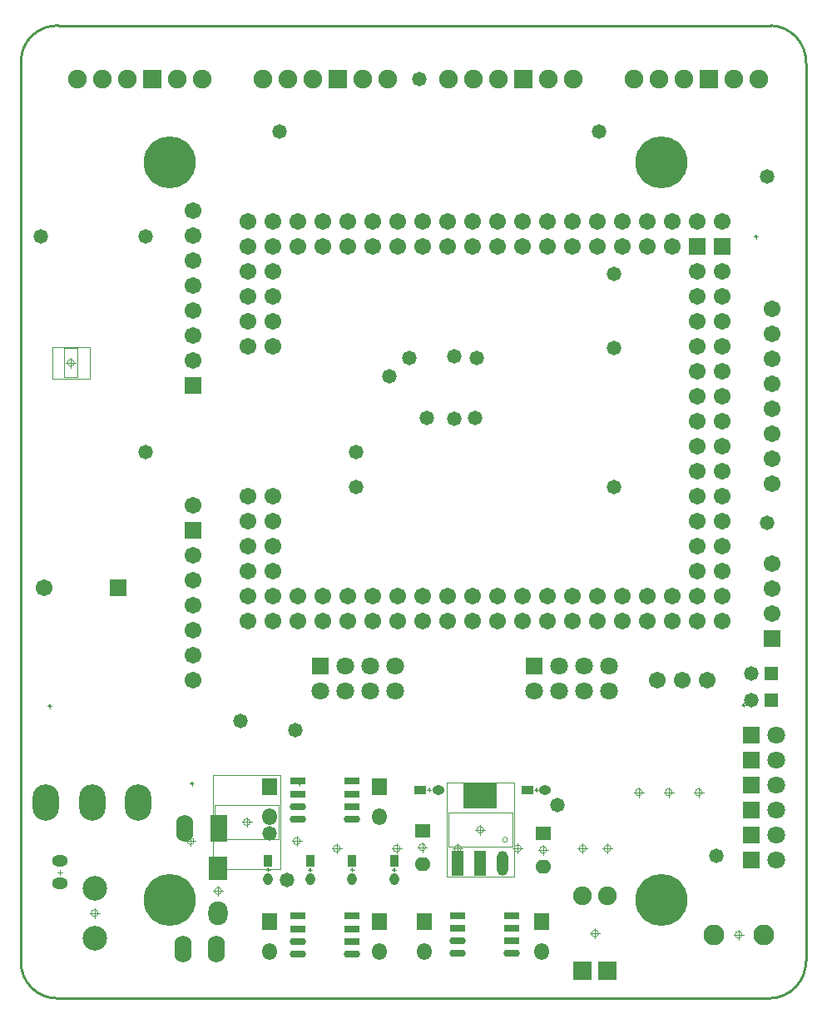
<source format=gbs>
G04*
G04 #@! TF.GenerationSoftware,Altium Limited,Altium Designer,22.3.1 (43)*
G04*
G04 Layer_Color=16711935*
%FSLAX25Y25*%
%MOIN*%
G70*
G04*
G04 #@! TF.SameCoordinates,7771213D-0031-41E0-B7F0-5BACD8635ED2*
G04*
G04*
G04 #@! TF.FilePolarity,Negative*
G04*
G01*
G75*
%ADD12C,0.01000*%
%ADD20C,0.00394*%
%ADD21C,0.00100*%
%ADD22C,0.00197*%
%ADD23C,0.00300*%
%ADD40R,0.06312X0.05524*%
%ADD41O,0.06312X0.05524*%
%ADD42R,0.04800X0.03800*%
%ADD43O,0.04800X0.03800*%
%ADD45C,0.05800*%
%ADD46R,0.03800X0.04800*%
%ADD47O,0.03800X0.04800*%
%ADD48O,0.04540X0.09855*%
%ADD49R,0.04540X0.09855*%
%ADD50R,0.13792X0.09855*%
%ADD54R,0.06706X0.06706*%
%ADD55C,0.06706*%
%ADD56R,0.06706X0.06706*%
%ADD57C,0.07493*%
%ADD58R,0.07493X0.07493*%
%ADD59C,0.20800*%
%ADD60R,0.07099X0.07099*%
%ADD61C,0.07099*%
%ADD62O,0.10642X0.14580*%
%ADD63C,0.09855*%
%ADD64C,0.08280*%
%ADD65R,0.07099X0.07099*%
%ADD90O,0.05918X0.06800*%
%ADD91R,0.05918X0.06800*%
%ADD92O,0.06469X0.02965*%
%ADD93R,0.06469X0.02965*%
%ADD94R,0.05800X0.05800*%
%ADD95O,0.06300X0.04800*%
%ADD96O,0.07690X0.09461*%
%ADD97R,0.07690X0.09461*%
%ADD98O,0.06800X0.10800*%
%ADD99R,0.06800X0.10800*%
D12*
X314500Y374500D02*
G03*
X300500Y389500I-14500J500D01*
G01*
X300000Y0D02*
G03*
X314500Y15000I-250J14750D01*
G01*
X0Y14500D02*
G03*
X14500Y0I14500J0D01*
G01*
X15000Y389500D02*
G03*
X0Y375500I-500J-14500D01*
G01*
X314500Y15000D02*
Y374500D01*
X14500Y0D02*
X300000D01*
X15000Y389500D02*
X300500D01*
X0Y14500D02*
Y375500D01*
D20*
X194968Y63500D02*
G03*
X194968Y63500I-984J0D01*
G01*
X81500Y66572D02*
G03*
X81500Y66572I-984J0D01*
G01*
X171205Y60610D02*
X196795D01*
X171205Y74390D02*
X196795D01*
Y60610D02*
Y74390D01*
X171205Y60610D02*
Y74390D01*
X77705Y63683D02*
X103295D01*
X77705Y77462D02*
X103295D01*
X77705Y63683D02*
Y77462D01*
X103295Y63683D02*
Y77462D01*
X22559Y248594D02*
Y260406D01*
X17441Y248594D02*
Y260406D01*
Y248594D02*
X22559D01*
X17441Y260406D02*
X22559D01*
X170500Y48602D02*
X197500D01*
X170500Y86398D02*
X197500D01*
Y48602D02*
Y86398D01*
X170500Y48602D02*
Y86398D01*
X77000Y51675D02*
X104000D01*
X77000Y89470D02*
X104000D01*
X77000Y51675D02*
Y89470D01*
X104000Y51675D02*
Y89470D01*
X27500Y248201D02*
Y260799D01*
X12500Y248201D02*
Y260799D01*
Y248201D02*
X27500D01*
X12500Y260799D02*
X27500D01*
D21*
X133167Y51500D02*
G03*
X133167Y51500I-500J0D01*
G01*
X99500D02*
G03*
X99500Y51500I-500J0D01*
G01*
X290000Y117500D02*
G03*
X290000Y117500I-500J0D01*
G01*
X206950Y83500D02*
G03*
X206950Y83500I-500J0D01*
G01*
X164050D02*
G03*
X164050Y83500I-500J0D01*
G01*
X116333Y51500D02*
G03*
X116333Y51500I-500J0D01*
G01*
X150000D02*
G03*
X150000Y51500I-500J0D01*
G01*
X295000Y305000D02*
G03*
X295000Y305000I-500J0D01*
G01*
X69000Y86000D02*
G03*
X69000Y86000I-500J0D01*
G01*
X112000D02*
G03*
X112000Y86000I-500J0D01*
G01*
X12000Y117000D02*
G03*
X12000Y117000I-500J0D01*
G01*
X132667Y50713D02*
Y52287D01*
X131879Y51500D02*
X133454D01*
X99000Y50713D02*
Y52287D01*
X98213Y51500D02*
X99787D01*
X288713Y117500D02*
X290287D01*
X289500Y116713D02*
Y118287D01*
X206450Y82713D02*
Y84287D01*
X205663Y83500D02*
X207237D01*
X163550Y82713D02*
Y84287D01*
X162763Y83500D02*
X164337D01*
X115046Y51500D02*
X116621D01*
X115833Y50713D02*
Y52287D01*
X148713Y51500D02*
X150287D01*
X149500Y50713D02*
Y52287D01*
X293713Y305000D02*
X295287D01*
X294500Y304213D02*
Y305787D01*
X68500Y85213D02*
Y86787D01*
X67713Y86000D02*
X69287D01*
X111500Y85213D02*
Y86787D01*
X110713Y86000D02*
X112287D01*
X10713Y117000D02*
X12287D01*
X11500Y116213D02*
Y117787D01*
D22*
X185378Y67500D02*
G03*
X185378Y67500I-1378J0D01*
G01*
X91878Y70572D02*
G03*
X91878Y70572I-1378J0D01*
G01*
X21378Y254500D02*
G03*
X21378Y254500I-1378J0D01*
G01*
X272878Y82500D02*
G03*
X272878Y82500I-1378J0D01*
G01*
X260878D02*
G03*
X260878Y82500I-1378J0D01*
G01*
X248878D02*
G03*
X248878Y82500I-1378J0D01*
G01*
X231378Y26000D02*
G03*
X231378Y26000I-1378J0D01*
G01*
X162172Y60500D02*
G03*
X162172Y60500I-1378J0D01*
G01*
X210584Y59500D02*
G03*
X210584Y59500I-1378J0D01*
G01*
X176378Y60000D02*
G03*
X176378Y60000I-1378J0D01*
G01*
X226378D02*
G03*
X226378Y60000I-1378J0D01*
G01*
X80378Y43000D02*
G03*
X80378Y43000I-1378J0D01*
G01*
X69378Y62966D02*
G03*
X69378Y62966I-1378J0D01*
G01*
X111878D02*
G03*
X111878Y62966I-1378J0D01*
G01*
X288901Y25500D02*
G03*
X288901Y25500I-1378J0D01*
G01*
X30878Y34157D02*
G03*
X30878Y34157I-1378J0D01*
G01*
X236378Y60000D02*
G03*
X236378Y60000I-1378J0D01*
G01*
X200378D02*
G03*
X200378Y60000I-1378J0D01*
G01*
X127878D02*
G03*
X127878Y60000I-1378J0D01*
G01*
X151878D02*
G03*
X151878Y60000I-1378J0D01*
G01*
X184000Y65532D02*
Y69469D01*
X182032Y67500D02*
X185969D01*
X90500Y68604D02*
Y72541D01*
X88532Y70572D02*
X92469D01*
X20000Y252532D02*
Y256469D01*
X18031Y254500D02*
X21968D01*
X269531Y82500D02*
X273468D01*
X271500Y80532D02*
Y84469D01*
X257532Y82500D02*
X261469D01*
X259500Y80532D02*
Y84469D01*
X247500Y80532D02*
Y84469D01*
X245532Y82500D02*
X249469D01*
X228032Y26000D02*
X231969D01*
X230000Y24032D02*
Y27969D01*
X160794Y58532D02*
Y62469D01*
X158825Y60500D02*
X162762D01*
X209206Y57532D02*
Y61469D01*
X207238Y59500D02*
X211175D01*
X175000Y58032D02*
Y61969D01*
X173032Y60000D02*
X176969D01*
X225000Y58032D02*
Y61969D01*
X223032Y60000D02*
X226969D01*
X79000Y41032D02*
Y44969D01*
X77032Y43000D02*
X80969D01*
X68000Y60998D02*
Y64935D01*
X66032Y62966D02*
X69969D01*
X110500Y60998D02*
Y64935D01*
X108532Y62966D02*
X112469D01*
X285555Y25500D02*
X289492D01*
X287523Y23532D02*
Y27469D01*
X29500Y32189D02*
Y36126D01*
X27532Y34157D02*
X31469D01*
X235000Y58032D02*
Y61969D01*
X233032Y60000D02*
X236969D01*
X199000Y58032D02*
Y61969D01*
X197032Y60000D02*
X200969D01*
X126500Y58032D02*
Y61969D01*
X124532Y60000D02*
X128469D01*
X150500Y58032D02*
Y61969D01*
X148532Y60000D02*
X152469D01*
D23*
X15500Y49500D02*
Y51500D01*
X14500Y50500D02*
X16500D01*
D40*
X209206Y66193D02*
D03*
X160794Y67193D02*
D03*
D41*
X209206Y52807D02*
D03*
X160794Y53807D02*
D03*
D42*
X159900Y83500D02*
D03*
X202800D02*
D03*
D43*
X167200D02*
D03*
X210100D02*
D03*
D45*
X292500Y130000D02*
D03*
X292490Y119500D02*
D03*
X299062Y190323D02*
D03*
X215000Y77500D02*
D03*
X231500Y347000D02*
D03*
X159564Y368162D02*
D03*
X103500Y347000D02*
D03*
X8000Y305000D02*
D03*
X49999Y218717D02*
D03*
X110047Y107392D02*
D03*
X299062Y329000D02*
D03*
X237500Y204785D02*
D03*
X134160D02*
D03*
X237500Y290000D02*
D03*
X49999Y305000D02*
D03*
X88000Y111000D02*
D03*
X237500Y260556D02*
D03*
X134160Y218717D02*
D03*
X106500Y47500D02*
D03*
X278500Y57000D02*
D03*
X147500Y249000D02*
D03*
X173500Y257000D02*
D03*
X155500Y256500D02*
D03*
X182500D02*
D03*
X182000Y232500D02*
D03*
X173651Y232105D02*
D03*
X162500Y232510D02*
D03*
X99500Y66000D02*
D03*
D46*
X149500Y55150D02*
D03*
X132667D02*
D03*
X115833D02*
D03*
X99000D02*
D03*
D47*
X132667Y47850D02*
D03*
X115833D02*
D03*
X99000D02*
D03*
X149500D02*
D03*
D48*
X193055Y54000D02*
D03*
D49*
X184000D02*
D03*
X174945D02*
D03*
D50*
X184000Y81000D02*
D03*
D54*
X301000Y144000D02*
D03*
X69000Y187500D02*
D03*
Y245500D02*
D03*
D55*
X301000Y154000D02*
D03*
Y164000D02*
D03*
Y174000D02*
D03*
X9161Y164500D02*
D03*
X69000Y127500D02*
D03*
Y137500D02*
D03*
Y147500D02*
D03*
Y157500D02*
D03*
Y167500D02*
D03*
Y177500D02*
D03*
Y197500D02*
D03*
X271000Y161000D02*
D03*
Y151000D02*
D03*
X281000Y161000D02*
D03*
Y151000D02*
D03*
X271000Y171000D02*
D03*
X281000D02*
D03*
X271000Y181000D02*
D03*
X281000D02*
D03*
X271000Y191000D02*
D03*
X281000D02*
D03*
X271000Y201000D02*
D03*
X281000D02*
D03*
X271000Y211000D02*
D03*
X281000D02*
D03*
X271000Y221000D02*
D03*
X281000D02*
D03*
X271000Y231000D02*
D03*
X281000D02*
D03*
X271000Y241000D02*
D03*
X281000D02*
D03*
X271000Y251000D02*
D03*
X281000D02*
D03*
X271000Y261000D02*
D03*
X281000D02*
D03*
X271000Y271000D02*
D03*
X281000D02*
D03*
X271000Y281000D02*
D03*
X281000D02*
D03*
X271000Y291000D02*
D03*
X281000D02*
D03*
X261000Y151000D02*
D03*
Y161000D02*
D03*
X251000Y151000D02*
D03*
Y161000D02*
D03*
X241000Y151000D02*
D03*
Y161000D02*
D03*
X231000Y151000D02*
D03*
Y161000D02*
D03*
X221000Y151000D02*
D03*
Y161000D02*
D03*
X211000Y151000D02*
D03*
Y161000D02*
D03*
X201000Y151000D02*
D03*
Y161000D02*
D03*
X191000Y151000D02*
D03*
Y161000D02*
D03*
X181000Y151000D02*
D03*
Y161000D02*
D03*
X171000Y151000D02*
D03*
Y161000D02*
D03*
X251000Y301000D02*
D03*
Y311000D02*
D03*
X261000Y301000D02*
D03*
Y311000D02*
D03*
X271000D02*
D03*
X281000D02*
D03*
X161000Y151000D02*
D03*
Y161000D02*
D03*
X151000Y151000D02*
D03*
Y161000D02*
D03*
X141000Y151000D02*
D03*
Y161000D02*
D03*
X131000Y151000D02*
D03*
Y161000D02*
D03*
X121000Y151000D02*
D03*
Y161000D02*
D03*
X111000Y151000D02*
D03*
Y161000D02*
D03*
X101000Y151000D02*
D03*
Y161000D02*
D03*
X91000Y151000D02*
D03*
Y161000D02*
D03*
Y171000D02*
D03*
X101000D02*
D03*
X91000Y181000D02*
D03*
X101000D02*
D03*
X91000Y191000D02*
D03*
X101000D02*
D03*
X91000Y201000D02*
D03*
X101000D02*
D03*
Y261000D02*
D03*
X91000D02*
D03*
X101000Y271000D02*
D03*
X91000D02*
D03*
X101000Y281000D02*
D03*
X91000D02*
D03*
X101000Y291000D02*
D03*
X91000D02*
D03*
Y301000D02*
D03*
Y311000D02*
D03*
X101000Y301000D02*
D03*
Y311000D02*
D03*
X111000Y301000D02*
D03*
Y311000D02*
D03*
X121000Y301000D02*
D03*
Y311000D02*
D03*
X131000Y301000D02*
D03*
Y311000D02*
D03*
X141000Y301000D02*
D03*
Y311000D02*
D03*
X151000Y301000D02*
D03*
Y311000D02*
D03*
X161000Y301000D02*
D03*
Y311000D02*
D03*
X171000Y301000D02*
D03*
Y311000D02*
D03*
X181000Y301000D02*
D03*
Y311000D02*
D03*
X191000Y301000D02*
D03*
Y311000D02*
D03*
X201000Y301000D02*
D03*
Y311000D02*
D03*
X211000Y301000D02*
D03*
Y311000D02*
D03*
X221000Y301000D02*
D03*
Y311000D02*
D03*
X231000Y301000D02*
D03*
Y311000D02*
D03*
X241000Y301000D02*
D03*
Y311000D02*
D03*
X275000Y127500D02*
D03*
X265000D02*
D03*
X255000D02*
D03*
X69000Y255500D02*
D03*
Y265500D02*
D03*
Y275500D02*
D03*
Y285500D02*
D03*
Y295500D02*
D03*
Y305500D02*
D03*
Y315500D02*
D03*
X301000Y206000D02*
D03*
Y216000D02*
D03*
Y226000D02*
D03*
Y236000D02*
D03*
Y246000D02*
D03*
Y256000D02*
D03*
Y266000D02*
D03*
Y276000D02*
D03*
D56*
X39083Y164500D02*
D03*
X271000Y301000D02*
D03*
X281000D02*
D03*
D57*
X22500Y368000D02*
D03*
X72500D02*
D03*
X62500D02*
D03*
X42500D02*
D03*
X32500D02*
D03*
X96833D02*
D03*
X146833D02*
D03*
X136833D02*
D03*
X116833D02*
D03*
X106833D02*
D03*
X171167D02*
D03*
X221167D02*
D03*
X211167D02*
D03*
X191167D02*
D03*
X181167D02*
D03*
X245500D02*
D03*
X295500D02*
D03*
X285500D02*
D03*
X265500D02*
D03*
X255500D02*
D03*
X235000Y41000D02*
D03*
X225000D02*
D03*
D58*
X52500Y368000D02*
D03*
X126833D02*
D03*
X201167D02*
D03*
X275500D02*
D03*
X235000Y11000D02*
D03*
X225000D02*
D03*
D59*
X256470Y334646D02*
D03*
X59620D02*
D03*
X256470Y39370D02*
D03*
X59620D02*
D03*
D60*
X292500Y105500D02*
D03*
Y95500D02*
D03*
Y85500D02*
D03*
Y75500D02*
D03*
Y65500D02*
D03*
Y55500D02*
D03*
D61*
X302500Y105500D02*
D03*
Y95500D02*
D03*
Y85500D02*
D03*
Y75500D02*
D03*
Y65500D02*
D03*
Y55500D02*
D03*
X120000Y123000D02*
D03*
X130000D02*
D03*
Y133000D02*
D03*
X140000Y123000D02*
D03*
Y133000D02*
D03*
X150000D02*
D03*
Y123000D02*
D03*
X205500D02*
D03*
X215500D02*
D03*
Y133000D02*
D03*
X225500Y123000D02*
D03*
Y133000D02*
D03*
X235500D02*
D03*
Y123000D02*
D03*
D62*
X10000Y78500D02*
D03*
X28504D02*
D03*
X47008D02*
D03*
D63*
X29500Y44000D02*
D03*
Y24000D02*
D03*
D64*
X277500Y25500D02*
D03*
X297500D02*
D03*
D65*
X120000Y133000D02*
D03*
X205500D02*
D03*
D90*
X99500Y18845D02*
D03*
X161500D02*
D03*
X208500D02*
D03*
X143500D02*
D03*
Y72845D02*
D03*
X99500D02*
D03*
D91*
X161500Y30645D02*
D03*
X208500D02*
D03*
X99500D02*
D03*
X143500D02*
D03*
Y84645D02*
D03*
X99500D02*
D03*
D92*
X174847Y22961D02*
D03*
Y17921D02*
D03*
X196500D02*
D03*
X111000Y76853D02*
D03*
Y71813D02*
D03*
X132654D02*
D03*
X111000Y22853D02*
D03*
Y17813D02*
D03*
X132654D02*
D03*
D93*
X174847Y28000D02*
D03*
Y33039D02*
D03*
X196500Y22961D02*
D03*
Y28000D02*
D03*
Y33039D02*
D03*
X111000Y81892D02*
D03*
Y86932D02*
D03*
X132654Y76853D02*
D03*
Y81892D02*
D03*
Y86932D02*
D03*
X111000Y27892D02*
D03*
Y32932D02*
D03*
X132654Y22853D02*
D03*
Y27892D02*
D03*
Y32932D02*
D03*
D94*
X300730Y129980D02*
D03*
X300720Y119480D02*
D03*
D95*
X15500Y55000D02*
D03*
Y46000D02*
D03*
D96*
X79000Y33945D02*
D03*
D97*
Y52055D02*
D03*
D98*
X64900Y19700D02*
D03*
X78400D02*
D03*
X65700Y68100D02*
D03*
D99*
X79200D02*
D03*
M02*

</source>
